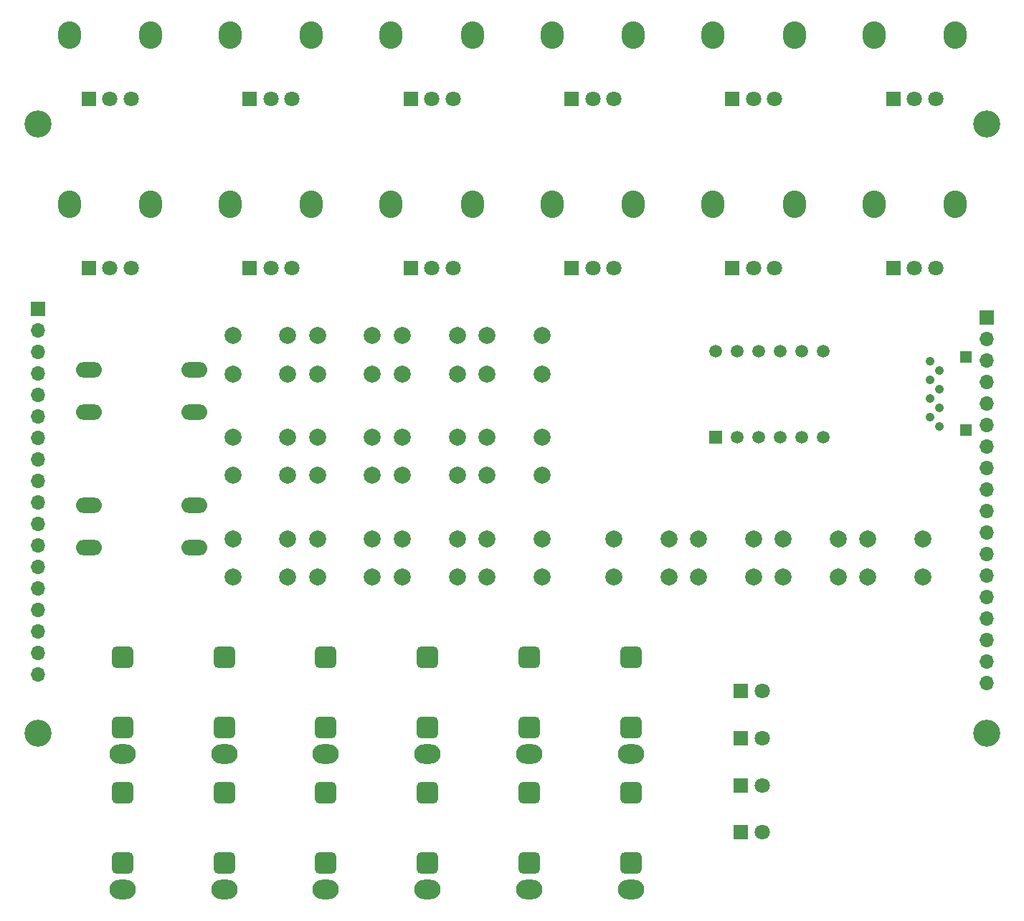
<source format=gbr>
%TF.GenerationSoftware,KiCad,Pcbnew,7.0.2*%
%TF.CreationDate,2023-08-30T17:10:08+01:00*%
%TF.ProjectId,dk2_02_top,646b325f-3032-45f7-946f-702e6b696361,rev?*%
%TF.SameCoordinates,Original*%
%TF.FileFunction,Soldermask,Top*%
%TF.FilePolarity,Negative*%
%FSLAX46Y46*%
G04 Gerber Fmt 4.6, Leading zero omitted, Abs format (unit mm)*
G04 Created by KiCad (PCBNEW 7.0.2) date 2023-08-30 17:10:08*
%MOMM*%
%LPD*%
G01*
G04 APERTURE LIST*
G04 Aperture macros list*
%AMRoundRect*
0 Rectangle with rounded corners*
0 $1 Rounding radius*
0 $2 $3 $4 $5 $6 $7 $8 $9 X,Y pos of 4 corners*
0 Add a 4 corners polygon primitive as box body*
4,1,4,$2,$3,$4,$5,$6,$7,$8,$9,$2,$3,0*
0 Add four circle primitives for the rounded corners*
1,1,$1+$1,$2,$3*
1,1,$1+$1,$4,$5*
1,1,$1+$1,$6,$7*
1,1,$1+$1,$8,$9*
0 Add four rect primitives between the rounded corners*
20,1,$1+$1,$2,$3,$4,$5,0*
20,1,$1+$1,$4,$5,$6,$7,0*
20,1,$1+$1,$6,$7,$8,$9,0*
20,1,$1+$1,$8,$9,$2,$3,0*%
G04 Aperture macros list end*
%ADD10C,2.000000*%
%ADD11O,2.720000X3.240000*%
%ADD12R,1.800000X1.800000*%
%ADD13C,1.800000*%
%ADD14O,3.100000X2.300000*%
%ADD15RoundRect,0.650000X-0.650000X-0.650000X0.650000X-0.650000X0.650000X0.650000X-0.650000X0.650000X0*%
%ADD16C,3.200000*%
%ADD17R,1.500000X1.500000*%
%ADD18C,1.500000*%
%ADD19C,1.050000*%
%ADD20R,1.350000X1.350000*%
%ADD21O,3.048000X1.850000*%
%ADD22R,1.700000X1.700000*%
%ADD23O,1.700000X1.700000*%
G04 APERTURE END LIST*
D10*
%TO.C,SW4*%
X107000000Y-81000000D03*
X113500000Y-81000000D03*
X107000000Y-85500000D03*
X113500000Y-85500000D03*
%TD*%
%TO.C,SW10*%
X127000000Y-93000000D03*
X133500000Y-93000000D03*
X127000000Y-97500000D03*
X133500000Y-97500000D03*
%TD*%
D11*
%TO.C,RV3*%
X115700000Y-45500000D03*
X125300000Y-45500000D03*
D12*
X118000000Y-53000000D03*
D13*
X120500000Y-53000000D03*
X123000000Y-53000000D03*
%TD*%
D14*
%TO.C,J2*%
X96000000Y-130400000D03*
D15*
X96000000Y-119000000D03*
X96000000Y-127300000D03*
%TD*%
D14*
%TO.C,J13*%
X132000000Y-130400000D03*
D15*
X132000000Y-119000000D03*
X132000000Y-127300000D03*
%TD*%
D11*
%TO.C,RV8*%
X134700000Y-65500000D03*
X144300000Y-65500000D03*
D12*
X137000000Y-73000000D03*
D13*
X139500000Y-73000000D03*
X142000000Y-73000000D03*
%TD*%
D14*
%TO.C,J12*%
X120000000Y-130400000D03*
D15*
X120000000Y-119000000D03*
X120000000Y-127300000D03*
%TD*%
D10*
%TO.C,SW3*%
X97000000Y-81000000D03*
X103500000Y-81000000D03*
X97000000Y-85500000D03*
X103500000Y-85500000D03*
%TD*%
D16*
%TO.C,H1*%
X74000000Y-56000000D03*
%TD*%
D14*
%TO.C,J11*%
X144000000Y-146400000D03*
D15*
X144000000Y-135000000D03*
X144000000Y-143300000D03*
%TD*%
D11*
%TO.C,RV4*%
X134700000Y-45500000D03*
X144300000Y-45500000D03*
D12*
X137000000Y-53000000D03*
D13*
X139500000Y-53000000D03*
X142000000Y-53000000D03*
%TD*%
D11*
%TO.C,RV1*%
X77700000Y-45500000D03*
X87300000Y-45500000D03*
D12*
X80000000Y-53000000D03*
D13*
X82500000Y-53000000D03*
X85000000Y-53000000D03*
%TD*%
D11*
%TO.C,RV10*%
X172700000Y-45500000D03*
X182300000Y-45500000D03*
D12*
X175000000Y-53000000D03*
D13*
X177500000Y-53000000D03*
X180000000Y-53000000D03*
%TD*%
D14*
%TO.C,J4*%
X84000000Y-130400000D03*
D15*
X84000000Y-119000000D03*
X84000000Y-127300000D03*
%TD*%
D14*
%TO.C,J14*%
X120000000Y-146400000D03*
D15*
X120000000Y-135000000D03*
X120000000Y-143300000D03*
%TD*%
D14*
%TO.C,J15*%
X132000000Y-146400000D03*
D15*
X132000000Y-135000000D03*
X132000000Y-143300000D03*
%TD*%
D10*
%TO.C,SW5*%
X117000000Y-81000000D03*
X123500000Y-81000000D03*
X117000000Y-85500000D03*
X123500000Y-85500000D03*
%TD*%
%TO.C,SW8*%
X107000000Y-93000000D03*
X113500000Y-93000000D03*
X107000000Y-97500000D03*
X113500000Y-97500000D03*
%TD*%
D11*
%TO.C,RV7*%
X115700000Y-65500000D03*
X125300000Y-65500000D03*
D12*
X118000000Y-73000000D03*
D13*
X120500000Y-73000000D03*
X123000000Y-73000000D03*
%TD*%
D17*
%TO.C,U3*%
X154000000Y-93000000D03*
D18*
X156540000Y-93000000D03*
X159080000Y-93000000D03*
X161620000Y-93000000D03*
X164160000Y-93000000D03*
X166700000Y-93000000D03*
X166700000Y-82840000D03*
X164160000Y-82840000D03*
X161620000Y-82840000D03*
X159080000Y-82840000D03*
X156540000Y-82840000D03*
X154000000Y-82840000D03*
%TD*%
D19*
%TO.C,J6*%
X180400000Y-91700000D03*
X179300000Y-90600000D03*
X180400000Y-89500000D03*
X179300000Y-88400000D03*
X180400000Y-87300000D03*
X179300000Y-86200000D03*
X180400000Y-85100000D03*
X179300000Y-84000000D03*
D20*
X183570000Y-92150000D03*
X183570000Y-83550000D03*
%TD*%
D12*
%TO.C,D3*%
X157000000Y-134100000D03*
D13*
X159540000Y-134100000D03*
%TD*%
D11*
%TO.C,RV11*%
X153700000Y-65500000D03*
X163300000Y-65500000D03*
D12*
X156000000Y-73000000D03*
D13*
X158500000Y-73000000D03*
X161000000Y-73000000D03*
%TD*%
D11*
%TO.C,RV9*%
X153700000Y-45500000D03*
X163300000Y-45500000D03*
D12*
X156000000Y-53000000D03*
D13*
X158500000Y-53000000D03*
X161000000Y-53000000D03*
%TD*%
D14*
%TO.C,J8*%
X96000000Y-146400000D03*
D15*
X96000000Y-135000000D03*
X96000000Y-143300000D03*
%TD*%
D10*
%TO.C,SW17*%
X162000000Y-105000000D03*
X168500000Y-105000000D03*
X162000000Y-109500000D03*
X168500000Y-109500000D03*
%TD*%
%TO.C,SW15*%
X142000000Y-105000000D03*
X148500000Y-105000000D03*
X142000000Y-109500000D03*
X148500000Y-109500000D03*
%TD*%
D16*
%TO.C,H2*%
X186000000Y-56000000D03*
%TD*%
D10*
%TO.C,SW9*%
X117000000Y-93000000D03*
X123500000Y-93000000D03*
X117000000Y-97500000D03*
X123500000Y-97500000D03*
%TD*%
D12*
%TO.C,D2*%
X157000000Y-128550000D03*
D13*
X159540000Y-128550000D03*
%TD*%
D12*
%TO.C,D1*%
X157000000Y-123000000D03*
D13*
X159540000Y-123000000D03*
%TD*%
D10*
%TO.C,SW12*%
X107000000Y-105000000D03*
X113500000Y-105000000D03*
X107000000Y-109500000D03*
X113500000Y-109500000D03*
%TD*%
D14*
%TO.C,J5*%
X144000000Y-130400000D03*
D15*
X144000000Y-119000000D03*
X144000000Y-127300000D03*
%TD*%
D10*
%TO.C,SW14*%
X127000000Y-105000000D03*
X133500000Y-105000000D03*
X127000000Y-109500000D03*
X133500000Y-109500000D03*
%TD*%
D16*
%TO.C,H3*%
X74000000Y-128000000D03*
%TD*%
D12*
%TO.C,D4*%
X157000000Y-139650000D03*
D13*
X159540000Y-139650000D03*
%TD*%
D10*
%TO.C,SW6*%
X127000000Y-81000000D03*
X133500000Y-81000000D03*
X127000000Y-85500000D03*
X133500000Y-85500000D03*
%TD*%
D11*
%TO.C,RV12*%
X172700000Y-65500000D03*
X182300000Y-65500000D03*
D12*
X175000000Y-73000000D03*
D13*
X177500000Y-73000000D03*
X180000000Y-73000000D03*
%TD*%
D16*
%TO.C,H4*%
X186000000Y-128000000D03*
%TD*%
D14*
%TO.C,J9*%
X108000000Y-146400000D03*
D15*
X108000000Y-135000000D03*
X108000000Y-143300000D03*
%TD*%
D11*
%TO.C,RV6*%
X96700000Y-65500000D03*
X106300000Y-65500000D03*
D12*
X99000000Y-73000000D03*
D13*
X101500000Y-73000000D03*
X104000000Y-73000000D03*
%TD*%
D21*
%TO.C,SW1*%
X80000000Y-85000000D03*
X92500000Y-85000000D03*
X80000000Y-90000000D03*
X92500000Y-90000000D03*
%TD*%
D10*
%TO.C,SW11*%
X97000000Y-105000000D03*
X103500000Y-105000000D03*
X97000000Y-109500000D03*
X103500000Y-109500000D03*
%TD*%
D14*
%TO.C,J3*%
X108000000Y-130400000D03*
D15*
X108000000Y-119000000D03*
X108000000Y-127300000D03*
%TD*%
D11*
%TO.C,RV5*%
X77700000Y-65500000D03*
X87300000Y-65500000D03*
D12*
X80000000Y-73000000D03*
D13*
X82500000Y-73000000D03*
X85000000Y-73000000D03*
%TD*%
D10*
%TO.C,SW7*%
X97000000Y-93000000D03*
X103500000Y-93000000D03*
X97000000Y-97500000D03*
X103500000Y-97500000D03*
%TD*%
D11*
%TO.C,RV2*%
X96700000Y-45500000D03*
X106300000Y-45500000D03*
D12*
X99000000Y-53000000D03*
D13*
X101500000Y-53000000D03*
X104000000Y-53000000D03*
%TD*%
D10*
%TO.C,SW13*%
X117000000Y-105000000D03*
X123500000Y-105000000D03*
X117000000Y-109500000D03*
X123500000Y-109500000D03*
%TD*%
%TO.C,SW18*%
X172000000Y-105000000D03*
X178500000Y-105000000D03*
X172000000Y-109500000D03*
X178500000Y-109500000D03*
%TD*%
D14*
%TO.C,J10*%
X84000000Y-146400000D03*
D15*
X84000000Y-135000000D03*
X84000000Y-143300000D03*
%TD*%
D21*
%TO.C,SW2*%
X80000000Y-101000000D03*
X92500000Y-101000000D03*
X80000000Y-106000000D03*
X92500000Y-106000000D03*
%TD*%
D10*
%TO.C,SW16*%
X152000000Y-105000000D03*
X158500000Y-105000000D03*
X152000000Y-109500000D03*
X158500000Y-109500000D03*
%TD*%
D22*
%TO.C,J1*%
X74000000Y-77820000D03*
D23*
X74000000Y-80360000D03*
X74000000Y-82900000D03*
X74000000Y-85440000D03*
X74000000Y-87980000D03*
X74000000Y-90520000D03*
X74000000Y-93060000D03*
X74000000Y-95600000D03*
X74000000Y-98140000D03*
X74000000Y-100680000D03*
X74000000Y-103220000D03*
X74000000Y-105760000D03*
X74000000Y-108300000D03*
X74000000Y-110840000D03*
X74000000Y-113380000D03*
X74000000Y-115920000D03*
X74000000Y-118460000D03*
X74000000Y-121000000D03*
%TD*%
D22*
%TO.C,J7*%
X186000000Y-78820000D03*
D23*
X186000000Y-81360000D03*
X186000000Y-83900000D03*
X186000000Y-86440000D03*
X186000000Y-88980000D03*
X186000000Y-91520000D03*
X186000000Y-94060000D03*
X186000000Y-96600000D03*
X186000000Y-99140000D03*
X186000000Y-101680000D03*
X186000000Y-104220000D03*
X186000000Y-106760000D03*
X186000000Y-109300000D03*
X186000000Y-111840000D03*
X186000000Y-114380000D03*
X186000000Y-116920000D03*
X186000000Y-119460000D03*
X186000000Y-122000000D03*
%TD*%
M02*

</source>
